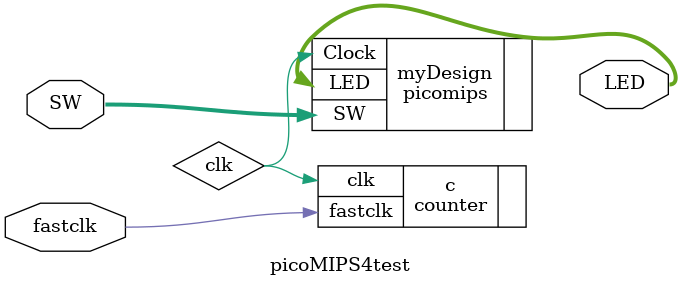
<source format=sv>
module picoMIPS4test(
    input  logic       fastclk, // 50MHz Altera DE0 clock
    input  logic [9:0] SW     , // Switches SW0..SW9
    output logic [7:0] LED
); // LEDs

logic clk; // slow clock, about 10Hz

counter c (.fastclk(fastclk),.clk(clk)); // slow clk from counter

// to obtain the cost figure, synthesise your design without the counter
// and the picoMIPS4test module using Cyclone IV E as target
// and make a note of the synthesis statistics
picomips myDesign (.Clock(clk), .SW(SW),.LED(LED));

endmodule

</source>
